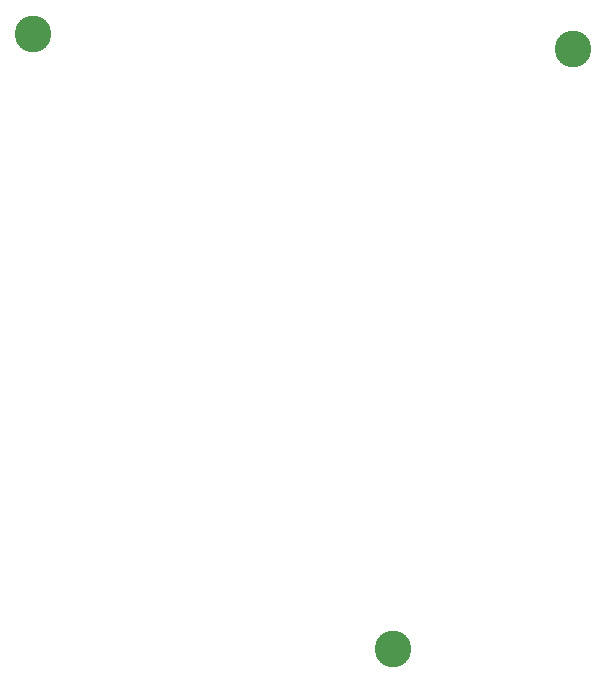
<source format=gbr>
M48
;DRILL file {Pcbnew (2013-may-18)-stable} date Пт 28 авг 2015 20:37:49
;FORMAT={-:-/ absolute / inch / decimal}
FMAT,2
INCH,TZ
T1C0.122
%
G90
G05
M72
T1
X4.9201Y-3.1402
X6.1201Y-5.1902
X6.7201Y-3.1902
T0
M30

</source>
